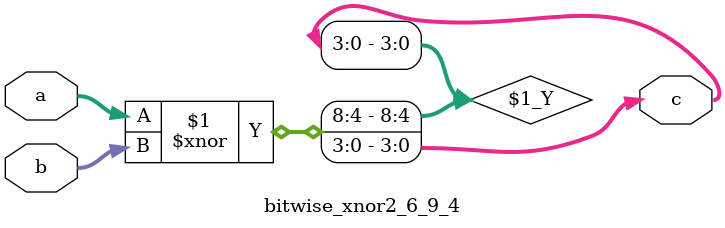
<source format=v>
module bitwise_xnor2_6_9_4(a, b, c);
  input [5:0] a;
  input [8:0] b;
  output [3:0] c;
  assign c = a ^~ b;
endmodule

</source>
